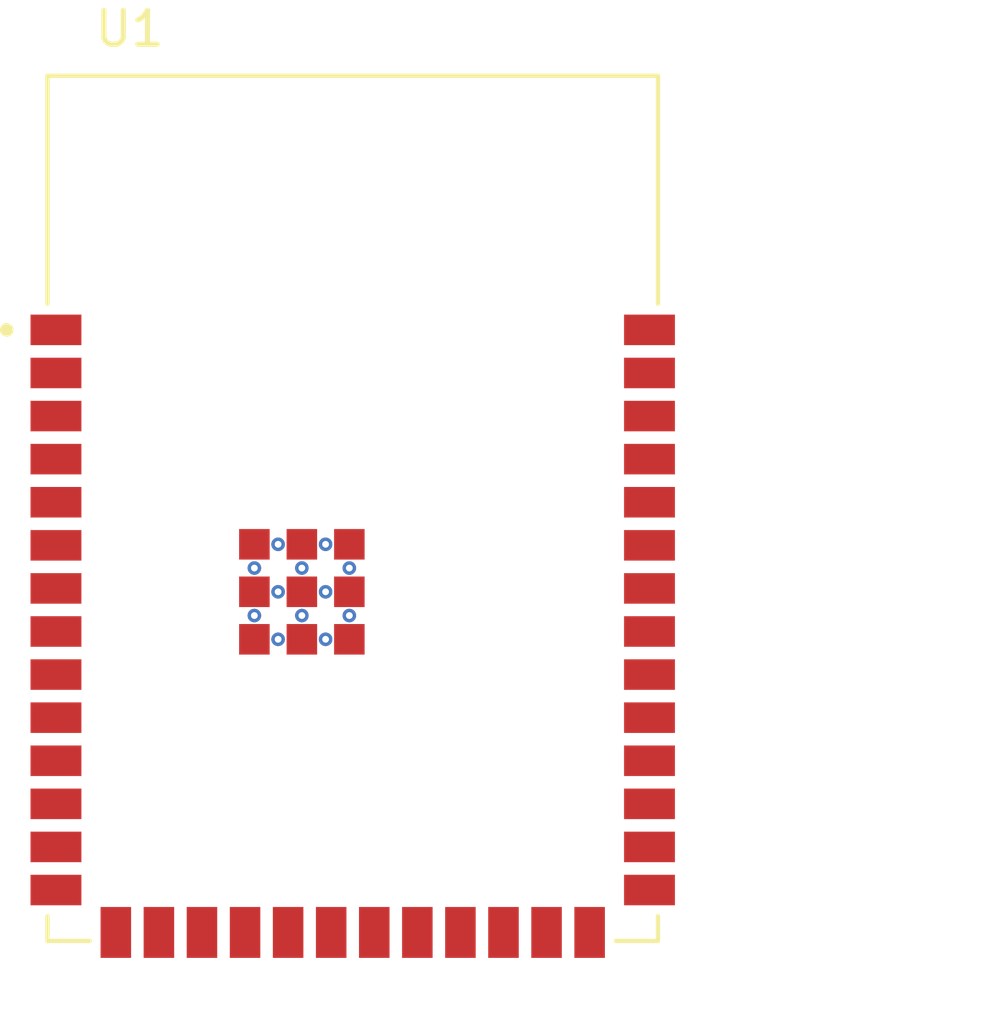
<source format=kicad_pcb>
(kicad_pcb (version 20221018) (generator pcbnew)
  (layers (0 "F.Cu" signal) (31 "B.Cu" signal) (34 "B.Paste" user) (35 "F.Paste" user) (36 "B.SilkS" user "B.Silkscreen") (37 "F.SilkS" user "F.Silkscreen") (38 "B.Mask" user) (39 "F.Mask" user) (44 "Edge.Cuts" user))
  (net 0 "")
  (net 1 "Net-(U1-GND-Pad1)")
  (footprint "ESP32-S3:XCVR_ESP32-S3-WROOM-1-N16R2" (layer "F.Cu") (at 142.417858 94.020275)
    (fp_text reference "U1" (at -6.575 -14.135) (layer "F.SilkS"))
    (fp_text value "ESP32-S3-WROOM-1-N16R2")
    (fp_line (start -9 -12.75) (end 9 -12.75) (stroke (width 0.127)) (layer "F.SilkS"))
    (fp_line (start -9 -6.03) (end -9 -12.75) (stroke (width 0.127)) (layer "F.SilkS"))
    (fp_line (start -9 12.02) (end -9 12.75) (stroke (width 0.127)) (layer "F.SilkS"))
    (fp_line (start -9 12.75) (end -7.755 12.75) (stroke (width 0.127)) (layer "F.SilkS"))
    (fp_line (start 9 -12.75) (end 9 -6.03) (stroke (width 0.127)) (layer "F.SilkS"))
    (fp_line (start 9 12.02) (end 9 12.75) (stroke (width 0.127)) (layer "F.SilkS"))
    (fp_line (start 9 12.75) (end 7.755 12.75) (stroke (width 0.127)) (layer "F.SilkS"))
    (fp_circle (center -10.2 -5.26) (end -10.1 -5.26) (stroke (width 0.2)) (fill none) (layer "F.SilkS"))
    (pad "1" smd rect (at -8.75 -5.26) (size 1.5 0.9) (layers "F.Cu" "F.Paste" "F.Mask") (net 1 "Net-(U1-GND-Pad1)"))
    (pad "2" smd rect (at -8.75 -3.99) (size 1.5 0.9) (layers "F.Cu" "F.Paste" "F.Mask"))
    (pad "3" smd rect (at -8.75 -2.72) (size 1.5 0.9) (layers "F.Cu" "F.Paste" "F.Mask"))
    (pad "4" smd rect (at -8.75 -1.45) (size 1.5 0.9) (layers "F.Cu" "F.Paste" "F.Mask"))
    (pad "5" smd rect (at -8.75 -0.18) (size 1.5 0.9) (layers "F.Cu" "F.Paste" "F.Mask"))
    (pad "6" smd rect (at -8.75 1.09) (size 1.5 0.9) (layers "F.Cu" "F.Paste" "F.Mask"))
    (pad "7" smd rect (at -8.75 2.36) (size 1.5 0.9) (layers "F.Cu" "F.Paste" "F.Mask"))
    (pad "8" smd rect (at -8.75 3.63) (size 1.5 0.9) (layers "F.Cu" "F.Paste" "F.Mask"))
    (pad "9" smd rect (at -8.75 4.9) (size 1.5 0.9) (layers "F.Cu" "F.Paste" "F.Mask"))
    (pad "10" smd rect (at -8.75 6.17) (size 1.5 0.9) (layers "F.Cu" "F.Paste" "F.Mask"))
    (pad "11" smd rect (at -8.75 7.44) (size 1.5 0.9) (layers "F.Cu" "F.Paste" "F.Mask"))
    (pad "12" smd rect (at -8.75 8.71) (size 1.5 0.9) (layers "F.Cu" "F.Paste" "F.Mask"))
    (pad "13" smd rect (at -8.75 9.98) (size 1.5 0.9) (layers "F.Cu" "F.Paste" "F.Mask"))
    (pad "14" smd rect (at -8.75 11.25) (size 1.5 0.9) (layers "F.Cu" "F.Paste" "F.Mask"))
    (pad "15" smd rect (at -6.985 12.5) (size 0.9 1.5) (layers "F.Cu" "F.Paste" "F.Mask"))
    (pad "16" smd rect (at -5.715 12.5) (size 0.9 1.5) (layers "F.Cu" "F.Paste" "F.Mask"))
    (pad "17" smd rect (at -4.445 12.5) (size 0.9 1.5) (layers "F.Cu" "F.Paste" "F.Mask"))
    (pad "18" smd rect (at -3.175 12.5) (size 0.9 1.5) (layers "F.Cu" "F.Paste" "F.Mask"))
    (pad "19" smd rect (at -1.905 12.5) (size 0.9 1.5) (layers "F.Cu" "F.Paste" "F.Mask"))
    (pad "20" smd rect (at -0.635 12.5) (size 0.9 1.5) (layers "F.Cu" "F.Paste" "F.Mask"))
    (pad "21" smd rect (at 0.635 12.5) (size 0.9 1.5) (layers "F.Cu" "F.Paste" "F.Mask"))
    (pad "22" smd rect (at 1.905 12.5) (size 0.9 1.5) (layers "F.Cu" "F.Paste" "F.Mask"))
    (pad "23" smd rect (at 3.175 12.5) (size 0.9 1.5) (layers "F.Cu" "F.Paste" "F.Mask"))
    (pad "24" smd rect (at 4.445 12.5) (size 0.9 1.5) (layers "F.Cu" "F.Paste" "F.Mask"))
    (pad "25" smd rect (at 5.715 12.5) (size 0.9 1.5) (layers "F.Cu" "F.Paste" "F.Mask"))
    (pad "26" smd rect (at 6.985 12.5) (size 0.9 1.5) (layers "F.Cu" "F.Paste" "F.Mask"))
    (pad "27" smd rect (at 8.75 11.25) (size 1.5 0.9) (layers "F.Cu" "F.Paste" "F.Mask"))
    (pad "28" smd rect (at 8.75 9.98) (size 1.5 0.9) (layers "F.Cu" "F.Paste" "F.Mask"))
    (pad "29" smd rect (at 8.75 8.71) (size 1.5 0.9) (layers "F.Cu" "F.Paste" "F.Mask"))
    (pad "30" smd rect (at 8.75 7.44) (size 1.5 0.9) (layers "F.Cu" "F.Paste" "F.Mask"))
    (pad "31" smd rect (at 8.75 6.17) (size 1.5 0.9) (layers "F.Cu" "F.Paste" "F.Mask"))
    (pad "32" smd rect (at 8.75 4.9) (size 1.5 0.9) (layers "F.Cu" "F.Paste" "F.Mask"))
    (pad "33" smd rect (at 8.75 3.63) (size 1.5 0.9) (layers "F.Cu" "F.Paste" "F.Mask"))
    (pad "34" smd rect (at 8.75 2.36) (size 1.5 0.9) (layers "F.Cu" "F.Paste" "F.Mask"))
    (pad "35" smd rect (at 8.75 1.09) (size 1.5 0.9) (layers "F.Cu" "F.Paste" "F.Mask"))
    (pad "36" smd rect (at 8.75 -0.18) (size 1.5 0.9) (layers "F.Cu" "F.Paste" "F.Mask"))
    (pad "37" smd rect (at 8.75 -1.45) (size 1.5 0.9) (layers "F.Cu" "F.Paste" "F.Mask"))
    (pad "38" smd rect (at 8.75 -2.72) (size 1.5 0.9) (layers "F.Cu" "F.Paste" "F.Mask"))
    (pad "39" smd rect (at 8.75 -3.99) (size 1.5 0.9) (layers "F.Cu" "F.Paste" "F.Mask"))
    (pad "40" smd rect (at 8.75 -5.26) (size 1.5 0.9) (layers "F.Cu" "F.Paste" "F.Mask") (net 1 "Net-(U1-GND-Pad1)"))
    (pad "41_1" smd rect (at -1.5 2.46) (size 0.9 0.9) (layers "F.Cu" "F.Paste" "F.Mask") (net 1 "Net-(U1-GND-Pad1)"))
    (pad "41_2" smd rect (at -2.9 2.46) (size 0.9 0.9) (layers "F.Cu" "F.Paste" "F.Mask") (net 1 "Net-(U1-GND-Pad1)"))
    (pad "41_3" smd rect (at -0.1 2.46) (size 0.9 0.9) (layers "F.Cu" "F.Paste" "F.Mask") (net 1 "Net-(U1-GND-Pad1)"))
    (pad "41_4" smd rect (at -2.9 3.86) (size 0.9 0.9) (layers "F.Cu" "F.Paste" "F.Mask") (net 1 "Net-(U1-GND-Pad1)"))
    (pad "41_5" smd rect (at -1.5 3.86) (size 0.9 0.9) (layers "F.Cu" "F.Paste" "F.Mask") (net 1 "Net-(U1-GND-Pad1)"))
    (pad "41_6" smd rect (at -0.1 3.86) (size 0.9 0.9) (layers "F.Cu" "F.Paste" "F.Mask") (net 1 "Net-(U1-GND-Pad1)"))
    (pad "41_7" smd rect (at -2.9 1.06) (size 0.9 0.9) (layers "F.Cu" "F.Paste" "F.Mask") (net 1 "Net-(U1-GND-Pad1)"))
    (pad "41_8" smd rect (at -1.5 1.06) (size 0.9 0.9) (layers "F.Cu" "F.Paste" "F.Mask") (net 1 "Net-(U1-GND-Pad1)"))
    (pad "41_9" smd rect (at -0.1 1.06) (size 0.9 0.9) (layers "F.Cu" "F.Paste" "F.Mask") (net 1 "Net-(U1-GND-Pad1)"))
    (pad "41_10" thru_hole circle (at -1.5 1.76) (size 0.4 0.4) (drill 0.2) (layers "*.Cu"))
    (pad "41_11" thru_hole circle (at -2.9 1.76) (size 0.4 0.4) (drill 0.2) (layers "*.Cu"))
    (pad "41_12" thru_hole circle (at -0.1 1.76) (size 0.4 0.4) (drill 0.2) (layers "*.Cu"))
    (pad "41_13" thru_hole circle (at -2.9 3.16) (size 0.4 0.4) (drill 0.2) (layers "*.Cu"))
    (pad "41_14" thru_hole circle (at -1.5 3.16) (size 0.4 0.4) (drill 0.2) (layers "*.Cu"))
    (pad "41_15" thru_hole circle (at -0.1 3.16) (size 0.4 0.4) (drill 0.2) (layers "*.Cu"))
    (pad "41_16" thru_hole circle (at -2.2 1.06) (size 0.4 0.4) (drill 0.2) (layers "*.Cu"))
    (pad "41_17" thru_hole circle (at -0.8 1.06) (size 0.4 0.4) (drill 0.2) (layers "*.Cu"))
    (pad "41_18" thru_hole circle (at -2.2 2.46) (size 0.4 0.4) (drill 0.2) (layers "*.Cu"))
    (pad "41_19" thru_hole circle (at -0.8 2.46) (size 0.4 0.4) (drill 0.2) (layers "*.Cu"))
    (pad "41_20" thru_hole circle (at -2.2 3.86) (size 0.4 0.4) (drill 0.2) (layers "*.Cu"))
    (pad "41_21" thru_hole circle (at -0.8 3.86) (size 0.4 0.4) (drill 0.2) (layers "*.Cu"))
  )
)
</source>
